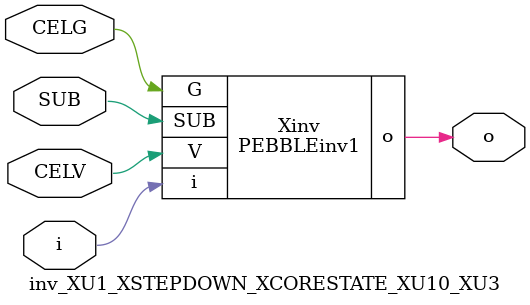
<source format=v>



module PEBBLEinv1 ( o, G, SUB, V, i );

  input V;
  input i;
  input G;
  output o;
  input SUB;
endmodule

//Celera Confidential Do Not Copy inv_XU1_XSTEPDOWN_XCORESTATE_XU10_XU3
//Celera Confidential Symbol Generator
//5V Inverter
module inv_XU1_XSTEPDOWN_XCORESTATE_XU10_XU3 (CELV,CELG,i,o,SUB);
input CELV;
input CELG;
input i;
input SUB;
output o;

//Celera Confidential Do Not Copy inv
PEBBLEinv1 Xinv(
.V (CELV),
.i (i),
.o (o),
.SUB (SUB),
.G (CELG)
);
//,diesize,PEBBLEinv1

//Celera Confidential Do Not Copy Module End
//Celera Schematic Generator
endmodule

</source>
